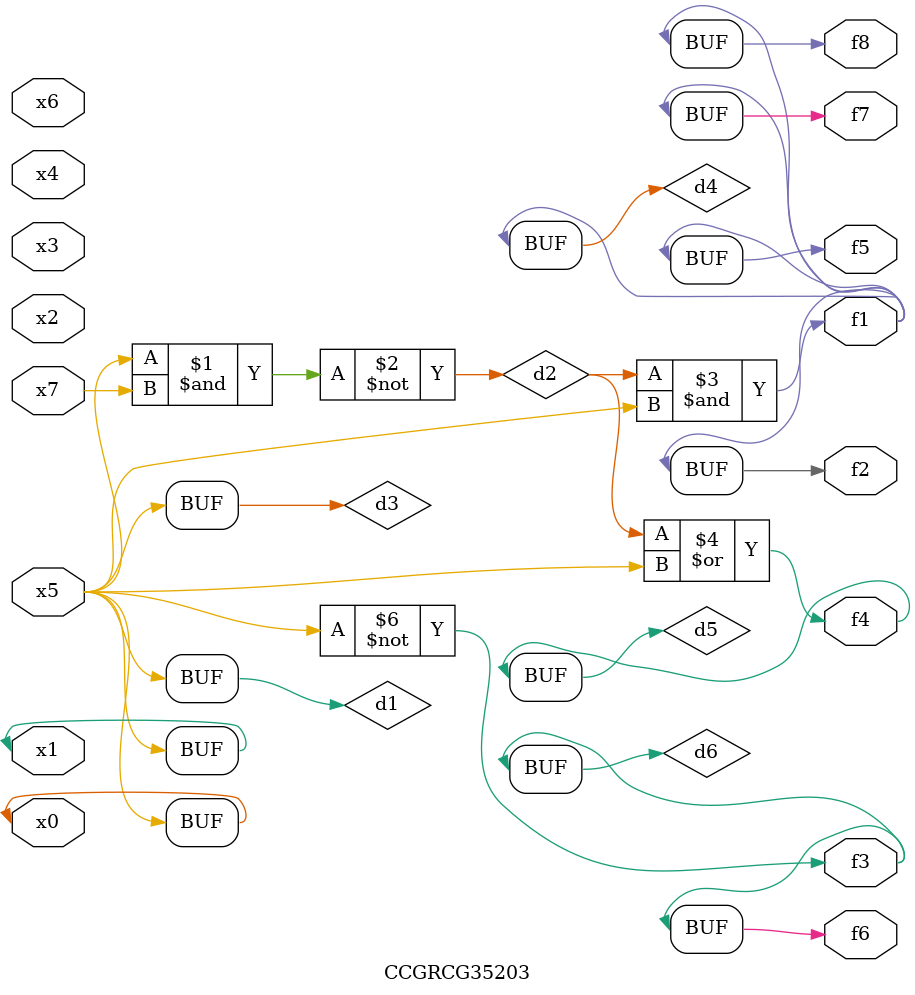
<source format=v>
module CCGRCG35203(
	input x0, x1, x2, x3, x4, x5, x6, x7,
	output f1, f2, f3, f4, f5, f6, f7, f8
);

	wire d1, d2, d3, d4, d5, d6;

	buf (d1, x0, x5);
	nand (d2, x5, x7);
	buf (d3, x0, x1);
	and (d4, d2, d3);
	or (d5, d2, d3);
	nor (d6, d1, d3);
	assign f1 = d4;
	assign f2 = d4;
	assign f3 = d6;
	assign f4 = d5;
	assign f5 = d4;
	assign f6 = d6;
	assign f7 = d4;
	assign f8 = d4;
endmodule

</source>
